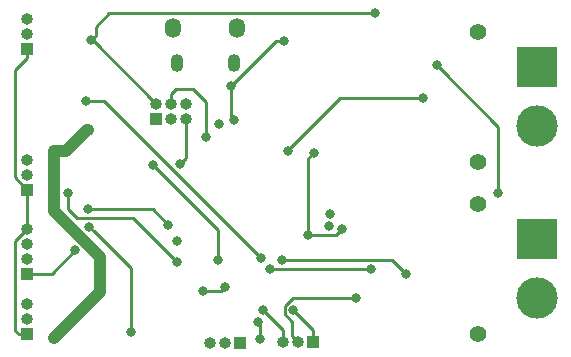
<source format=gbr>
G04 #@! TF.GenerationSoftware,KiCad,Pcbnew,5.1.4-e60b266~84~ubuntu18.04.1*
G04 #@! TF.CreationDate,2019-09-17T17:50:47+10:00*
G04 #@! TF.ProjectId,RC-Endpoint-Limiter,52432d45-6e64-4706-9f69-6e742d4c696d,rev?*
G04 #@! TF.SameCoordinates,Original*
G04 #@! TF.FileFunction,Copper,L2,Bot*
G04 #@! TF.FilePolarity,Positive*
%FSLAX46Y46*%
G04 Gerber Fmt 4.6, Leading zero omitted, Abs format (unit mm)*
G04 Created by KiCad (PCBNEW 5.1.4-e60b266~84~ubuntu18.04.1) date 2019-09-17 17:50:47*
%MOMM*%
%LPD*%
G04 APERTURE LIST*
%ADD10O,1.000000X1.000000*%
%ADD11R,1.000000X1.000000*%
%ADD12C,3.500000*%
%ADD13R,3.500000X3.500000*%
%ADD14C,1.400000*%
%ADD15O,1.350000X1.700000*%
%ADD16O,1.100000X1.500000*%
%ADD17C,0.800000*%
%ADD18C,0.250000*%
%ADD19C,1.000000*%
G04 APERTURE END LIST*
D10*
X99695000Y-45339000D03*
X99695000Y-46609000D03*
X98425000Y-45339000D03*
X98425000Y-46609000D03*
X97155000Y-45339000D03*
D11*
X97155000Y-46609000D03*
D10*
X86233000Y-55880000D03*
X86233000Y-57150000D03*
X86233000Y-58420000D03*
D11*
X86233000Y-59690000D03*
D10*
X107886500Y-65468500D03*
X109156500Y-65468500D03*
D11*
X110426500Y-65468500D03*
D12*
X129349500Y-47227500D03*
D13*
X129349500Y-42227500D03*
D14*
X124349500Y-50227500D03*
X124349500Y-39227500D03*
D12*
X129349500Y-61785500D03*
D13*
X129349500Y-56785500D03*
D14*
X124349500Y-64785500D03*
X124349500Y-53785500D03*
D10*
X86233000Y-38150800D03*
X86233000Y-39420800D03*
D11*
X86233000Y-40690800D03*
D10*
X86233000Y-50088800D03*
X86233000Y-51358800D03*
D11*
X86233000Y-52628800D03*
D10*
X86233000Y-62280800D03*
X86233000Y-63550800D03*
D11*
X86233000Y-64820800D03*
X104267000Y-65532000D03*
D10*
X102997000Y-65532000D03*
X101727000Y-65532000D03*
D15*
X98545000Y-38878000D03*
X104005000Y-38878000D03*
D16*
X98855000Y-41878000D03*
X103695000Y-41878000D03*
D17*
X103505000Y-43815000D03*
X107950000Y-40005000D03*
X103695490Y-46672510D03*
X91630500Y-39941500D03*
X115697000Y-37655500D03*
X110013750Y-56419750D03*
X110464500Y-49440000D03*
X126111000Y-52832000D03*
X120904000Y-42037000D03*
X112903000Y-55880000D03*
X94996000Y-64643000D03*
X102365000Y-58515000D03*
X91459989Y-55712257D03*
X90297000Y-57733010D03*
X96850000Y-50495000D03*
X89662000Y-52895500D03*
X98869500Y-58674000D03*
X88519000Y-49339500D03*
X91376500Y-47498000D03*
X88519004Y-65151000D03*
X106807000Y-59282502D03*
X115316000Y-59309008D03*
X91186000Y-45085000D03*
X106038422Y-58403636D03*
X108331000Y-49276000D03*
X119761000Y-44831000D03*
X98171000Y-55565000D03*
X91397863Y-54262246D03*
X101092000Y-61187500D03*
X102997000Y-60833000D03*
X107759500Y-58557502D03*
X118270922Y-59714602D03*
X106172000Y-62774990D03*
X102489000Y-46990000D03*
X98933000Y-56896000D03*
X111764653Y-55621347D03*
X111887000Y-54610000D03*
X105918000Y-65241000D03*
X105791000Y-63754000D03*
X114046002Y-61721998D03*
X108751010Y-62774990D03*
X99187000Y-50419000D03*
X101346000Y-48133000D03*
D18*
X103505000Y-43815000D02*
X107315000Y-40005000D01*
X107315000Y-40005000D02*
X107950000Y-40005000D01*
X103505000Y-43815000D02*
X103505000Y-46482020D01*
X103505000Y-46482020D02*
X103695490Y-46672510D01*
X92030499Y-39541501D02*
X92030499Y-38779501D01*
X91630500Y-39941500D02*
X92030499Y-39541501D01*
X92030499Y-38779501D02*
X93154500Y-37655500D01*
X93154500Y-37655500D02*
X115697000Y-37655500D01*
X110013750Y-56419750D02*
X110013750Y-49890750D01*
X110013750Y-49890750D02*
X110464500Y-49440000D01*
X121303999Y-42436999D02*
X120904000Y-42037000D01*
X126111000Y-47244000D02*
X121303999Y-42436999D01*
X126111000Y-52832000D02*
X126111000Y-47244000D01*
X110013750Y-56419750D02*
X112363250Y-56419750D01*
X112363250Y-56419750D02*
X112903000Y-55880000D01*
X102365000Y-58515000D02*
X102365000Y-56010000D01*
X102365000Y-56010000D02*
X96850000Y-50495000D01*
X91859988Y-56112256D02*
X91459989Y-55712257D01*
X94996000Y-64643000D02*
X94996000Y-59248268D01*
X94996000Y-59248268D02*
X91859988Y-56112256D01*
X86233000Y-59690000D02*
X88340010Y-59690000D01*
X88340010Y-59690000D02*
X90297000Y-57733010D01*
X91757500Y-39941500D02*
X91630500Y-39941500D01*
X97155000Y-45339000D02*
X91757500Y-39941500D01*
X86233000Y-53378800D02*
X86233000Y-55880000D01*
X86233000Y-52628800D02*
X86233000Y-53378800D01*
X85483000Y-64820800D02*
X85217000Y-64554800D01*
X86233000Y-64820800D02*
X85483000Y-64820800D01*
X85217000Y-56896000D02*
X86233000Y-55880000D01*
X85217000Y-64554800D02*
X85217000Y-56896000D01*
X95182756Y-54987256D02*
X98469501Y-58274001D01*
X89662000Y-54205260D02*
X90443996Y-54987256D01*
X89662000Y-52895500D02*
X89662000Y-54205260D01*
X90443996Y-54987256D02*
X95182756Y-54987256D01*
X98469501Y-58274001D02*
X98869500Y-58674000D01*
X86233000Y-41440800D02*
X86233000Y-40690800D01*
X85186010Y-42487790D02*
X86233000Y-41440800D01*
X86233000Y-52579802D02*
X85186010Y-51532812D01*
X86233000Y-52628800D02*
X86233000Y-52579802D01*
X85186010Y-51532812D02*
X85186010Y-42487790D01*
D19*
X88519000Y-49339500D02*
X89471500Y-49339500D01*
X89471500Y-49339500D02*
X91313000Y-47498000D01*
X91313000Y-47498000D02*
X91376500Y-47498000D01*
X88519000Y-49339500D02*
X88519000Y-54399270D01*
X88519000Y-54399270D02*
X92412730Y-58293000D01*
X88947012Y-64722992D02*
X88919003Y-64751001D01*
X92412730Y-61257274D02*
X88519004Y-65151000D01*
X92412730Y-58293000D02*
X92412730Y-61257274D01*
D18*
X106807000Y-59282502D02*
X115289494Y-59282502D01*
X115289494Y-59282502D02*
X115316000Y-59309008D01*
X91186000Y-45085000D02*
X92719786Y-45085000D01*
X92719786Y-45085000D02*
X106038422Y-58403636D01*
X119195315Y-44831000D02*
X119761000Y-44831000D01*
X112730042Y-44831000D02*
X119195315Y-44831000D01*
X108331000Y-49230042D02*
X112730042Y-44831000D01*
X98171000Y-55565000D02*
X96868246Y-54262246D01*
X91963548Y-54262246D02*
X91397863Y-54262246D01*
X96868246Y-54262246D02*
X91963548Y-54262246D01*
X101092000Y-61187500D02*
X102642500Y-61187500D01*
X102642500Y-61187500D02*
X102997000Y-60833000D01*
X117113822Y-58557502D02*
X117870923Y-59314603D01*
X117870923Y-59314603D02*
X118270922Y-59714602D01*
X107759500Y-58557502D02*
X117113822Y-58557502D01*
X107886500Y-64489490D02*
X107886500Y-65468500D01*
X106172000Y-62774990D02*
X107886500Y-64489490D01*
X105918000Y-65241000D02*
X105918000Y-63881000D01*
X105918000Y-63881000D02*
X105791000Y-63754000D01*
X113480317Y-61721998D02*
X114046002Y-61721998D01*
X108731000Y-61721998D02*
X113480317Y-61721998D01*
X108026009Y-62426989D02*
X108731000Y-61721998D01*
X108026009Y-63122991D02*
X108026009Y-62426989D01*
X108656501Y-63753483D02*
X108026009Y-63122991D01*
X108656501Y-64968501D02*
X108656501Y-63753483D01*
X109156500Y-65468500D02*
X108656501Y-64968501D01*
X110426500Y-65468500D02*
X110426500Y-65341500D01*
X110426500Y-64450480D02*
X110426500Y-65468500D01*
X108751010Y-62774990D02*
X110426500Y-64450480D01*
X99695000Y-49911000D02*
X99695000Y-46609000D01*
X99187000Y-50419000D02*
X99695000Y-49911000D01*
X101346000Y-45133998D02*
X101346000Y-48133000D01*
X100281002Y-44069000D02*
X101346000Y-45133998D01*
X98806000Y-44069000D02*
X100281002Y-44069000D01*
X98425000Y-45339000D02*
X98425000Y-44450000D01*
X98425000Y-44450000D02*
X98806000Y-44069000D01*
M02*

</source>
